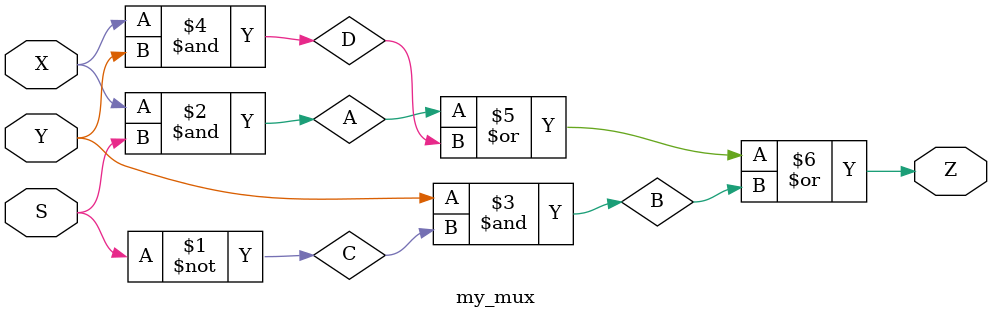
<source format=v>
`timescale 1ns / 1ps

 module my_mux(
 input wire X,
 input wire Y,
 output wire Z,
 input wire S
 );

 /*wire A, B, C;
 assign #5 C = (~S);
 assign #5 A = X & S;
 assign #5 B = Y & C;
 assign #5 Z = A | B;*/


 wire A,B,C,D,E;
 assign #5 C=(~S);
 assign #5 A=X&S;
 assign #5 B=Y&C;
 assign #5 D=X&Y;
 assign #5 Z = A|D|B;
 endmodule
</source>
